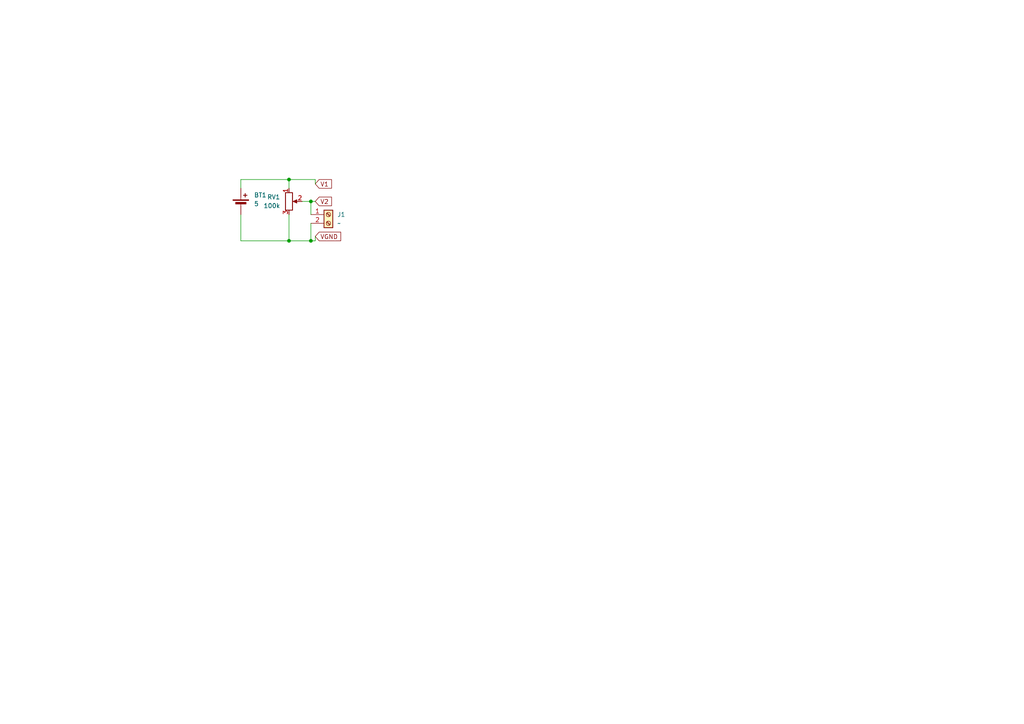
<source format=kicad_sch>
(kicad_sch (version 20230121) (generator eeschema)
  (paper "A4")
  (lib_symbols
    (symbol "Connector:Screw_Terminal_01x02" (pin_names (offset 1.016) hide)
      (property "Reference" "J" (at 0 2.54 0))
      (property "Value" "Screw_Terminal_01x02" (at 0 -5.08 0))
      (symbol "Screw_Terminal_01x02_1_1"
        (rectangle (start -1.27 1.27) (end 1.27 -3.81) (stroke (width 0.254)) (fill (type background)))
        (circle (center 0 -2.54) (radius 0.635) (stroke (width 0.1524)))
        (polyline (pts (xy -0.5334 -2.2098) (xy 0.3302 -3.048)) (stroke (width 0.1524)))
        (polyline (pts (xy -0.5334 0.3302) (xy 0.3302 -0.508)) (stroke (width 0.1524)))
        (polyline (pts (xy -0.3556 -2.032) (xy 0.508 -2.8702)) (stroke (width 0.1524)))
        (polyline (pts (xy -0.3556 0.508) (xy 0.508 -0.3302)) (stroke (width 0.1524)))
        (circle (center 0 0) (radius 0.635) (stroke (width 0.1524)))
        (pin passive line (at -5.08 0 0) (length 3.81) (name "Pin_1") (number "1"))
        (pin passive line (at -5.08 -2.54 0) (length 3.81) (name "Pin_2") (number "2"))
      )
    )
    (symbol "Device:Battery_Cell" (pin_numbers hide) (pin_names (offset 0) hide)
      (property "Reference" "BT" (at 2.54 2.54 0))
      (property "Value" "Battery_Cell" (at 2.54 0 0))
      (symbol "Battery_Cell_0_1"
        (rectangle (start -2.286 1.778) (end 2.286 1.524) (fill (type outline)))
        (rectangle (start -1.524 1.016) (end 1.524 0.508) (fill (type outline)))
        (polyline (pts (xy 0 0.762) (xy 0 0)))
        (polyline (pts (xy 0 1.778) (xy 0 2.54)))
        (polyline (pts (xy 0.762 3.048) (xy 1.778 3.048)) (stroke (width 0.254)))
        (polyline (pts (xy 1.27 3.556) (xy 1.27 2.54)) (stroke (width 0.254)))
      )
      (symbol "Battery_Cell_1_1"
        (pin passive line (at 0 5.08 270) (length 2.54) (name "+") (number "1"))
        (pin passive line (at 0 -2.54 90) (length 2.54) (name "-") (number "2"))
      )
    )
    (symbol "Device:R_Potentiometer" (pin_names (offset 1.016) hide)
      (property "Reference" "RV" (at -4.445 0 90))
      (property "Value" "R_Potentiometer" (at -2.54 0 90))
      (symbol "R_Potentiometer_0_1"
        (polyline (pts (xy 2.54 0) (xy 1.524 0)))
        (polyline (pts (xy 1.143 0) (xy 2.286 0.508) (xy 2.286 -0.508) (xy 1.143 0)) (fill (type outline)))
        (rectangle (start 1.016 2.54) (end -1.016 -2.54) (stroke (width 0.254)))
      )
      (symbol "R_Potentiometer_1_1"
        (pin passive line (at 0 3.81 270) (length 1.27) (name "1") (number "1"))
        (pin passive line (at 3.81 0 180) (length 1.27) (name "2") (number "2"))
        (pin passive line (at 0 -3.81 90) (length 1.27) (name "3") (number "3"))
      )
    )
  )
  (junction (at 83.82 52.07))
  (junction (at 90.17 69.85))
  (junction (at 90.17 58.42))
  (junction (at 83.82 69.85))
  (wire (pts (xy 87.63 58.42) (xy 90.17 58.42)))
  (wire (pts (xy 90.17 64.77) (xy 90.17 69.85)))
  (wire (pts (xy 83.82 52.07) (xy 83.82 54.61)))
  (wire (pts (xy 91.44 53.34) (xy 91.44 52.07)))
  (wire (pts (xy 90.17 58.42) (xy 90.17 62.23)))
  (wire (pts (xy 83.82 52.07) (xy 91.44 52.07)))
  (wire (pts (xy 91.44 68.58) (xy 91.44 69.85)))
  (wire (pts (xy 91.44 69.85) (xy 90.17 69.85)))
  (wire (pts (xy 69.85 52.07) (xy 83.82 52.07)))
  (wire (pts (xy 83.82 62.23) (xy 83.82 69.85)))
  (wire (pts (xy 69.85 62.23) (xy 69.85 69.85)))
  (wire (pts (xy 69.85 52.07) (xy 69.85 54.61)))
  (wire (pts (xy 83.82 69.85) (xy 69.85 69.85)))
  (wire (pts (xy 83.82 69.85) (xy 90.17 69.85)))
  (wire (pts (xy 90.17 58.42) (xy 91.44 58.42)))
  (global_label "V1" (shape input) (at 91.44 53.34 0) (property "Intersheetrefs" "${INTERSHEET_REFS}" (effects hide)))
  (global_label "V2" (shape input) (at 91.44 58.42 0) (property "Intersheetrefs" "${INTERSHEET_REFS}" (effects hide)))
  (global_label "VGND" (shape input) (at 91.44 68.58 0) (property "Intersheetrefs" "${INTERSHEET_REFS}" (effects hide)))
  (symbol (lib_id "Device:Battery_Cell") (at 69.85 59.69 0) (unit 1)
    (property "Reference" "BT1" (at 73.66 56.5785 0) (effects (justify left)))
    (property "Value" "5" (at 73.66 59.1185 0) (effects (justify left)))
    (property "Footprint" "Battery:BatteryHolder_Keystone_103_1x20mm" (effects hide))
    (property "Sim.Device" "V" (effects hide))
    (property "Sim.Type" "=" (effects hide))
    (property "Sim.Pins" "1=+ 2=-" (effects hide))
    (property "Sim.Params" "v=5" (effects hide))
  )
  (symbol (lib_id "Device:R_Potentiometer") (at 83.82 58.42 0) (unit 1)
    (property "Reference" "RV1" (at 81.28 57.15 0) (effects (justify right)))
    (property "Value" "100k" (at 81.28 59.69 0) (effects (justify right)))
    (property "Footprint" "Potentiometer_THT:Potentiometer_Alps_RK09K_Single_Vertical" (effects hide))
    (property "Sim.Device" "R" (effects hide))
    (property "Sim.Type" "POT" (effects hide))
    (property "Sim.Pins" "1=r0 2=wiper 3=r1" (effects hide))
    (property "Sim.Params" "r=\"\"" (effects hide))
  )
  (symbol (lib_id "Connector:Screw_Terminal_01x02") (at 95.25 62.23 0) (unit 1)
    (property "Reference" "J1" (at 97.79 62.23 0) (effects (justify left)))
    (property "Value" "~" (at 97.79 64.77 0) (effects (justify left)))
    (property "Footprint" "TerminalBlock:TerminalBlock_Altech_AK300-2_P5.00mm" (effects hide))
    (property "Sim.Enable" "0" (effects hide))
  )
)
</source>
